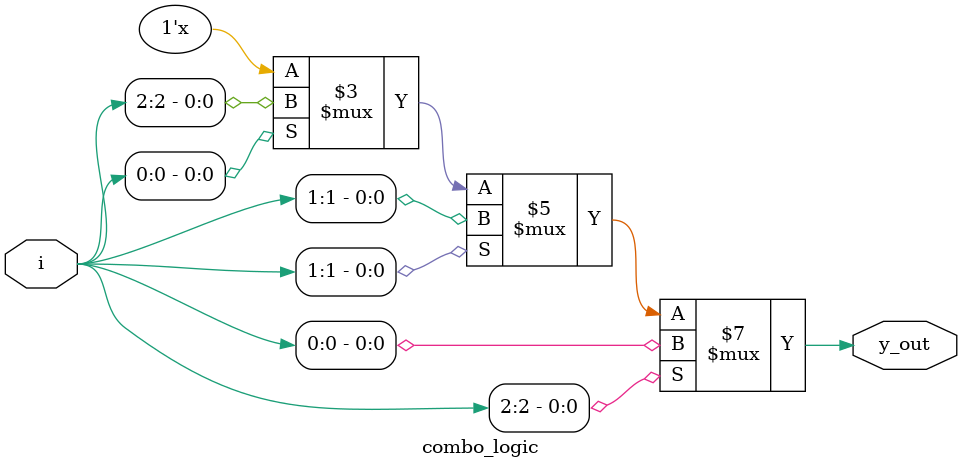
<source format=v>

module combo_logic(
    input [2:0] i,
    output reg y_out
    );
    
    always @(*)
    begin
        y_out = 0;
        casez(i)  //synopsys full_case
        3'b1?? : y_out = i[0];
        3'b?1? : y_out = i[1];
        3'b??1 : y_out = i[2];
        endcase
    end
endmodule

</source>
